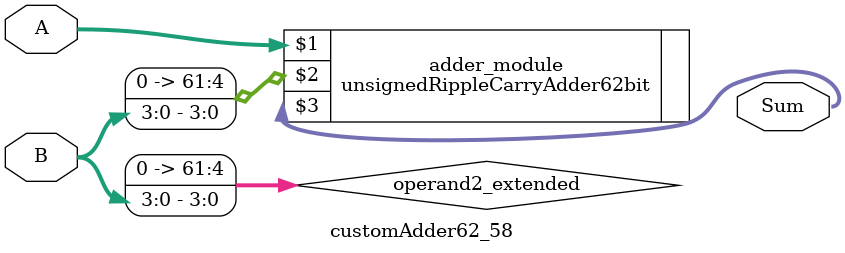
<source format=v>
module customAdder62_58(
                        input [61 : 0] A,
                        input [3 : 0] B,
                        
                        output [62 : 0] Sum
                );

        wire [61 : 0] operand2_extended;
        
        assign operand2_extended =  {58'b0, B};
        
        unsignedRippleCarryAdder62bit adder_module(
            A,
            operand2_extended,
            Sum
        );
        
        endmodule
        
</source>
